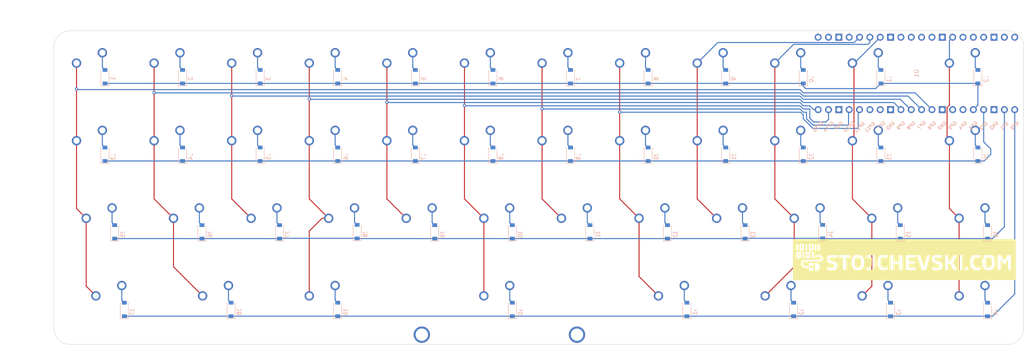
<source format=kicad_pcb>
(kicad_pcb (version 20221018) (generator pcbnew)
  (layers (0 "F.Cu" signal) (31 "B.Cu" signal) (34 "B.Paste" user) (35 "F.Paste" user) (36 "B.SilkS" user "B.Silkscreen") (37 "F.SilkS" user "F.Silkscreen") (38 "B.Mask" user) (39 "F.Mask" user) (44 "Edge.Cuts" user))
  (net 0 "")
  (net 1 "Net-(D1-Pad2)")
  (net 2 "Net-(D2-Pad2)")
  (net 3 "Net-(D3-Pad2)")
  (net 4 "Net-(D4-Pad2)")
  (net 5 "Net-(D5-Pad2)")
  (net 6 "Net-(D6-Pad2)")
  (net 7 "Net-(D7-Pad2)")
  (net 8 "Net-(D8-Pad2)")
  (net 9 "Net-(D9-Pad2)")
  (net 10 "Net-(D10-Pad2)")
  (net 11 "Net-(D11-Pad2)")
  (net 12 "Net-(D12-Pad2)")
  (net 13 "Net-(D13-Pad2)")
  (net 14 "Net-(D14-Pad2)")
  (net 15 "Net-(D15-Pad2)")
  (net 16 "Net-(D16-Pad2)")
  (net 17 "Net-(D17-Pad2)")
  (net 18 "Net-(D18-Pad2)")
  (net 19 "Net-(D19-Pad2)")
  (net 20 "Net-(D20-Pad2)")
  (net 21 "Net-(D21-Pad2)")
  (net 22 "Net-(D22-Pad2)")
  (net 23 "Net-(D23-Pad2)")
  (net 24 "Net-(D24-Pad2)")
  (net 25 "Net-(D25-Pad2)")
  (net 26 "Net-(D26-Pad2)")
  (net 27 "Net-(D27-Pad2)")
  (net 28 "Net-(D28-Pad2)")
  (net 29 "Net-(D29-Pad2)")
  (net 30 "Net-(D30-Pad2)")
  (net 31 "Net-(D31-Pad2)")
  (net 32 "Net-(D32-Pad2)")
  (net 33 "Net-(D33-Pad2)")
  (net 34 "Net-(D34-Pad2)")
  (net 35 "Net-(D35-Pad2)")
  (net 36 "Net-(D36-Pad2)")
  (net 37 "Net-(D37-Pad2)")
  (net 38 "Net-(D38-Pad2)")
  (net 39 "Net-(D39-Pad2)")
  (net 40 "Net-(D40-Pad2)")
  (net 41 "Net-(D41-Pad2)")
  (net 42 "Net-(D42-Pad2)")
  (net 43 "Net-(D43-Pad2)")
  (net 44 "Net-(D44-Pad2)")
  (net 65 "ROW0")
  (net 66 "ROW1")
  (net 67 "ROW2")
  (net 68 "ROW3")
  (net 69 "COL0")
  (net 70 "COL1")
  (net 71 "COL2")
  (net 72 "COL3")
  (net 73 "COL4")
  (net 74 "COL5")
  (net 75 "COL6")
  (net 76 "COL7")
  (net 77 "COL8")
  (net 78 "COL9")
  (net 79 "COL10")
  (net 80 "COL11")
  (footprint "marbastlib-mx:SW_MX_1u" (layer "F.Cu") (at 192.7225 53.34)
    (fp_text reference "SW9" hide)
    (fp_text value "MX_SW_solder" hide)
  )
  (footprint "marbastlib-mx:SW_MX_1u" (layer "F.Cu") (at 116.5225 53.34)
    (fp_text reference "SW5" hide)
    (fp_text value "MX_SW_solder" hide)
  )
  (footprint "marbastlib-mx:SW_MX_1.5u" (layer "F.Cu") (at 254.635 72.39)
    (fp_text reference "SW24" hide)
    (fp_text value "MX_SW_solder" hide)
  )
  (footprint "marbastlib-mx:SW_MX_1u" (layer "F.Cu") (at 116.5225 72.39)
    (fp_text reference "SW17" hide)
    (fp_text value "MX_SW_solder" hide)
  )
  (footprint "marbastlib-mx:SW_MX_1u" (layer "F.Cu") (at 83.185 91.44)
    (fp_text reference "SW27" hide)
    (fp_text value "MX_SW_solder" hide)
  )
  (footprint "marbastlib-mx:SW_MX_1u" (layer "F.Cu") (at 140.335 91.44)
    (fp_text reference "SW30" hide)
    (fp_text value "MX_SW_solder" hide)
  )
  (footprint "marbastlib-mx:SW_MX_1.5u" (layer "F.Cu") (at 97.4725 110.49)
    (fp_text reference "SW39" hide)
    (fp_text value "MX_SW_solder" hide)
  )
  (footprint "marbastlib-mx:SW_MX_1u" (layer "F.Cu") (at 135.5725 53.34)
    (fp_text reference "SW6" hide)
    (fp_text value "MX_SW_solder" hide)
  )
  (footprint "marbastlib-mx:SW_MX_1u" (layer "F.Cu") (at 230.8225 53.34)
    (fp_text reference "SW11" hide)
    (fp_text value "MX_SW_solder" hide)
  )
  (footprint "marbastlib-mx:SW_MX_1u" (layer "F.Cu") (at 40.3225 72.39)
    (fp_text reference "SW13" hide)
    (fp_text value "MX_SW_solder" hide)
  )
  (footprint "marbastlib-mx:SW_MX_1u" (layer "F.Cu") (at 235.585 91.44)
    (fp_text reference "SW35" hide)
    (fp_text value "MX_SW_solder" hide)
  )
  (footprint "marbastlib-mx:SW_MX_1.25u" (layer "F.Cu") (at 257.01625 110.49)
    (fp_text reference "SW44" hide)
    (fp_text value "MX_SW_solder" hide)
  )
  (footprint "marbastlib-mx:SW_MX_1.25u" (layer "F.Cu") (at 209.39125 110.49)
    (fp_text reference "SW42" hide)
    (fp_text value "MX_SW_solder" hide)
  )
  (footprint "marbastlib-mx:SW_MX_1.25u" (layer "F.Cu") (at 71.27875 110.49)
    (fp_text reference "SW38" hide)
    (fp_text value "MX_SW_solder" hide)
  )
  (footprint "marbastlib-mx:SW_MX_1u" (layer "F.Cu") (at 121.285 91.44)
    (fp_text reference "SW29" hide)
    (fp_text value "MX_SW_solder" hide)
  )
  (footprint "marbastlib-mx:SW_MX_1u" (layer "F.Cu") (at 211.7725 72.39)
    (fp_text reference "SW22" hide)
    (fp_text value "MX_SW_solder" hide)
  )
  (footprint "marbastlib-mx:SW_MX_1u" (layer "F.Cu") (at 159.385 91.44)
    (fp_text reference "SW31" hide)
    (fp_text value "MX_SW_solder" hide)
  )
  (footprint "marbastlib-mx:SW_MX_1u" (layer "F.Cu") (at 40.3225 53.34)
    (fp_text reference "SW1" hide)
    (fp_text value "MX_SW_solder" hide)
  )
  (footprint "marbastlib-mx:SW_MX_1u" (layer "F.Cu") (at 211.7725 53.34)
    (fp_text reference "SW10" hide)
    (fp_text value "MX_SW_solder" hide)
  )
  (footprint "marbastlib-mx:SW_MX_1u" (layer "F.Cu") (at 154.6225 72.39)
    (fp_text reference "SW19" hide)
    (fp_text value "MX_SW_solder" hide)
  )
  (footprint "marbastlib-mx:SW_MX_1.5u" (layer "F.Cu") (at 45.085 110.49)
    (fp_text reference "SW37" hide)
    (fp_text value "MX_SW_solder" hide)
  )
  (footprint "marbastlib-mx:SW_MX_1u" (layer "F.Cu") (at 135.5725 72.39)
    (fp_text reference "SW18" hide)
    (fp_text value "MX_SW_solder" hide)
  )
  (footprint "marbastlib-mx:SW_MX_1.5u" (layer "F.Cu") (at 254.635 53.34)
    (fp_text reference "SW12" hide)
    (fp_text value "MX_SW_solder" hide)
  )
  (footprint "marbastlib-mx:SW_MX_1u" (layer "F.Cu") (at 173.6725 53.34)
    (fp_text reference "SW8" hide)
    (fp_text value "MX_SW_solder" hide)
  )
  (footprint "marbastlib-mx:SW_MX_1u" (layer "F.Cu") (at 192.7225 72.39)
    (fp_text reference "SW21" hide)
    (fp_text value "MX_SW_solder" hide)
  )
  (footprint "marbastlib-mx:SW_MX_1.25u" (layer "F.Cu") (at 233.20375 110.49)
    (fp_text reference "SW43" hide)
    (fp_text value "MX_SW_solder" hide)
  )
  (footprint "marbastlib-mx:SW_MX_1u" (layer "F.Cu") (at 97.4725 72.39)
    (fp_text reference "SW16" hide)
    (fp_text value "MX_SW_solder" hide)
  )
  (footprint "marbastlib-mx:SW_MX_1u" (layer "F.Cu") (at 78.4225 53.34)
    (fp_text reference "SW3" hide)
    (fp_text value "MX_SW_solder" hide)
  )
  (footprint "marbastlib-mx:SW_MX_1u" (layer "F.Cu") (at 140.335 110.49)
    (fp_text reference "SW40" hide)
    (fp_text value "MX_SW_solder" hide)
  )
  (footprint "marbastlib-mx:SW_MX_1.25u" (layer "F.Cu") (at 42.70375 91.44)
    (fp_text reference "SW25" hide)
    (fp_text value "MX_SW_solder" hide)
  )
  (footprint "marbastlib-mx:SW_MX_1.25u" (layer "F.Cu") (at 257.01625 91.44)
    (fp_text reference "SW36" hide)
    (fp_text value "MX_SW_solder" hide)
  )
  (footprint "marbastlib-mx:SW_MX_1u" (layer "F.Cu") (at 178.435 91.44)
    (fp_text reference "SW32" hide)
    (fp_text value "MX_SW_solder" hide)
  )
  (footprint "marbastlib-mx:SW_MX_1u" (layer "F.Cu") (at 97.4725 53.34)
    (fp_text reference "SW4" hide)
    (fp_text value "MX_SW_solder" hide)
  )
  (footprint "marbastlib-mx:SW_MX_1u" (layer "F.Cu") (at 78.4225 72.39)
    (fp_text reference "SW15" hide)
    (fp_text value "MX_SW_solder" hide)
  )
  (footprint "marbastlib-mx:SW_MX_1u" (layer "F.Cu") (at 230.8225 72.39)
    (fp_text reference "SW23" hide)
    (fp_text value "MX_SW_solder" hide)
  )
  (footprint "marbastlib-mx:SW_MX_1u" (layer "F.Cu") (at 59.3725 53.34)
    (fp_text reference "SW2" hide)
    (fp_text value "MX_SW_solder" hide)
  )
  (footprint "marbastlib-mx:SW_MX_1u" (layer "F.Cu") (at 64.135 91.44)
    (fp_text reference "SW26" hide)
    (fp_text value "MX_SW_solder" hide)
  )
  (footprint "marbastlib-mx:SW_MX_1u" (layer "F.Cu") (at 59.3725 72.39)
    (fp_text reference "SW14" hide)
    (fp_text value "MX_SW_solder" hide)
  )
  (footprint "marbastlib-mx:SW_MX_1u" (layer "F.Cu") (at 173.6725 72.39)
    (fp_text reference "SW20" hide)
    (fp_text value "MX_SW_solder" hide)
  )
  (footprint "marbastlib-mx:SW_MX_1u" (layer "F.Cu") (at 216.535 91.44)
    (fp_text reference "SW34" hide)
    (fp_text value "MX_SW_solder" hide)
  )
  (footprint "marbastlib-mx:SW_MX_1u" (layer "F.Cu") (at 197.485 91.44)
    (fp_text reference "SW33" hide)
    (fp_text value "MX_SW_solder" hide)
  )
  (footprint "marbastlib-mx:SW_MX_1u" (layer "F.Cu") (at 102.235 91.44)
    (fp_text reference "SW28" hide)
    (fp_text value "MX_SW_solder" hide)
  )
  (footprint "marbastlib-mx:SW_MX_1.5u" (layer "F.Cu") (at 183.1975 110.49)
    (fp_text reference "SW41" hide)
    (fp_text value "MX_SW_solder" hide)
  )
  (footprint "marbastlib-mx:STAB_MX_P_3u" (layer "F.Cu") (at 140.335 110.49 180)
    (fp_text reference "S1" hide)
    (fp_text value "MX_stab")
  )
  (footprint "LOGO" (layer "F.Cu") (at 239.776 99.06)
    (fp_text reference "G***" hide)
    (fp_text value "LOGO" hide)
  )
  (footprint "marbastlib-mx:SW_MX_1u" (layer "F.Cu") (at 154.6225 53.34)
    (fp_text reference "SW7" hide)
    (fp_text value "MX_SW_solder" hide)
  )
  (footprint "Diode_SMD:D_SOD-123" (layer "B.Cu") (at 214.9475 54.13375 90)
    (fp_text reference "D10")
    (fp_text value "D_Small")
  )
  (footprint "Diode_SMD:D_SOD-123" (layer "B.Cu") (at 100.6475 73.18375 90)
    (fp_text reference "D16")
    (fp_text value "D_Small")
  )
  (footprint "Diode_SMD:D_SOD-123" (layer "B.Cu") (at 157.7975 73.18375 90)
    (fp_text reference "D19")
    (fp_text value "D_Small")
  )
  (footprint "Diode_SMD:D_SOD-123" (layer "B.Cu") (at 157.7975 54.13375 90)
    (fp_text reference "D7")
    (fp_text value "D_Small")
  )
  (footprint "Diode_SMD:D_SOD-123" (layer "B.Cu") (at 219.71 92.17125 90)
    (fp_text reference "D34")
    (fp_text value "D_Small")
  )
  (footprint "Diode_SMD:D_SOD-123" (layer "B.Cu") (at 43.4975 54.13375 90)
    (fp_text reference "D1")
    (fp_text value "D_Small")
  )
  (footprint "Diode_SMD:D_SOD-123" (layer "B.Cu") (at 236.37875 111.28375 90)
    (fp_text reference "D43")
    (fp_text value "D_Small")
  )
  (footprint "Diode_SMD:D_SOD-123" (layer "B.Cu") (at 257.81 73.18375 90)
    (fp_text reference "D24")
    (fp_text value "D_Small")
  )
  (footprint "Diode_SMD:D_SOD-123" (layer "B.Cu") (at 143.51 111.28375 90)
    (fp_text reference "D40")
    (fp_text value "D_Small")
  )
  (footprint "Diode_SMD:D_SOD-123" (layer "B.Cu") (at 162.56 92.23375 90)
    (fp_text reference "D31")
    (fp_text value "D_Small")
  )
  (footprint "Diode_SMD:D_SOD-123" (layer "B.Cu") (at 214.9475 73.18375 90)
    (fp_text reference "D22")
    (fp_text value "D_Small")
  )
  (footprint "Diode_SMD:D_SOD-123" (layer "B.Cu") (at 62.5475 54.13375 90)
    (fp_text reference "D2")
    (fp_text value "D_Small")
  )
  (footprint "Diode_SMD:D_SOD-123" (layer "B.Cu") (at 86.36 92.23375 90)
    (fp_text reference "D27")
    (fp_text value "D_Small")
  )
  (footprint "Diode_SMD:D_SOD-123" (layer "B.Cu") (at 81.5975 54.13375 90)
    (fp_text reference "D3")
    (fp_text value "D_Small")
  )
  (footprint "Diode_SMD:D_SOD-123" (layer "B.Cu") (at 124.46 92.23375 90)
    (fp_text reference "D29")
    (fp_text value "D_Small")
  )
  (footprint "Diode_SMD:D_SOD-123" (layer "B.Cu") (at 260.19125 111.28375 90)
    (fp_text reference "D44")
    (fp_text value "D_Small")
  )
  (footprint "Diode_SMD:D_SOD-123" (layer "B.Cu") (at 257.81 54.13375 90)
    (fp_text reference "D12")
    (fp_text value "D_Small")
  )
  (footprint "Diode_SMD:D_SOD-123" (layer "B.Cu") (at 62.5475 73.18375 90)
    (fp_text reference "D14")
    (fp_text value "D_Small")
  )
  (footprint "Diode_SMD:D_SOD-123" (layer "B.Cu") (at 143.51 92.23375 90)
    (fp_text reference "D30")
    (fp_text value "D_Small")
  )
  (footprint "Diode_SMD:D_SOD-123" (layer "B.Cu") (at 176.8475 54.13375 90)
    (fp_text reference "D8")
    (fp_text value "D_Small")
  )
  (footprint "Diode_SMD:D_SOD-123" (layer "B.Cu") (at 186.3725 111.28375 90)
    (fp_text reference "D41")
    (fp_text value "D_Small")
  )
  (footprint "Diode_SMD:D_SOD-123" (layer "B.Cu") (at 48.26 111.28375 90)
    (fp_text reference "D37")
    (fp_text value "D_Small")
  )
  (footprint "Diode_SMD:D_SOD-123" (layer "B.Cu") (at 176.8475 73.18375 90)
    (fp_text reference "D20")
    (fp_text value "D_Small")
  )
  (footprint "Diode_SMD:D_SOD-123" (layer "B.Cu") (at 238.76 92.23375 90)
    (fp_text reference "D35")
    (fp_text value "D_Small")
  )
  (footprint "MCU_RaspberryPi_and_Boards:RPi_Pico_SMD_TH" (layer "B.Cu") (at 242.72875 53.34 90)
    (fp_text reference "U1")
    (fp_text value "Pico")
  )
  (footprint "Diode_SMD:D_SOD-123" (layer "B.Cu") (at 100.6475 54.13375 90)
    (fp_text reference "D4")
    (fp_text value "D_Small")
  )
  (footprint "Diode_SMD:D_SOD-123" (layer "B.Cu") (at 81.5975 73.18375 90)
    (fp_text reference "D15")
    (fp_text value "D_Small")
  )
  (footprint "Diode_SMD:D_SOD-123" (layer "B.Cu") (at 233.9975 54.13375 90)
    (fp_text reference "D11")
    (fp_text value "D_Small")
  )
  (footprint "Diode_SMD:D_SOD-123" (layer "B.Cu") (at 212.56625 111.28375 90)
    (fp_text reference "D42")
    (fp_text value "D_Small")
  )
  (footprint "Diode_SMD:D_SOD-123" (layer "B.Cu") (at 45.87875 92.23375 90)
    (fp_text reference "D25")
    (fp_text value "D_Small")
  )
  (footprint "Diode_SMD:D_SOD-123" (layer "B.Cu") (at 105.41 92.17125 90)
    (fp_text reference "D28")
    (fp_text value "D_Small")
  )
  (footprint "Diode_SMD:D_SOD-123" (layer "B.Cu") (at 100.6475 111.28375 90)
    (fp_text reference "D39")
    (fp_text value "D_Small")
  )
  (footprint "Diode_SMD:D_SOD-123" (layer "B.Cu") (at 119.6975 73.18375 90)
    (fp_text reference "D17")
    (fp_text value "D_Small")
  )
  (footprint "Diode_SMD:D_SOD-123" (layer "B.Cu") (at 43.4975 73.18375 90)
    (fp_text reference "D13")
    (fp_text value "D_Small")
  )
  (footprint "Diode_SMD:D_SOD-123" (layer "B.Cu") (at 195.8975 54.13375 90)
    (fp_text reference "D9")
    (fp_text value "D_Small")
  )
  (footprint "Diode_SMD:D_SOD-123" (layer "B.Cu") (at 260.19125 92.23375 90)
    (fp_text reference "D36")
    (fp_text value "D_Small")
  )
  (footprint "Diode_SMD:D_SOD-123" (layer "B.Cu") (at 195.8975 73.18375 90)
    (fp_text reference "D21")
    (fp_text value "D_Small")
  )
  (footprint "Diode_SMD:D_SOD-123" (layer "B.Cu") (at 233.9975 73.18375 90)
    (fp_text reference "D23")
    (fp_text value "D_Small")
  )
  (footprint "Diode_SMD:D_SOD-123" (layer "B.Cu") (at 181.61 92.23375 90)
    (fp_text reference "D32")
    (fp_text value "D_Small")
  )
  (footprint "Diode_SMD:D_SOD-123" (layer "B.Cu") (at 138.7475 54.13375 90)
    (fp_text reference "D6")
    (fp_text value "D_Small")
  )
  (footprint "Diode_SMD:D_SOD-123" (layer "B.Cu") (at 138.7475 73.18375 90)
    (fp_text reference "D18")
    (fp_text value "D_Small")
  )
  (footprint "Diode_SMD:D_SOD-123" (layer "B.Cu") (at 67.31 92.23375 90)
    (fp_text reference "D26")
    (fp_text value "D_Small")
  )
  (footprint "Diode_SMD:D_SOD-123" (layer "B.Cu") (at 74.45375 111.28375 90)
    (fp_text reference "D38")
    (fp_text value "D_Small")
  )
  (footprint "Diode_SMD:D_SOD-123" (layer "B.Cu") (at 119.6975 54.13375 90)
    (fp_text reference "D5")
    (fp_text value "D_Small")
  )
  (footprint "Diode_SMD:D_SOD-123" (layer "B.Cu") (at 200.66 92.23375 90)
    (fp_text reference "D33")
    (fp_text value "D_Small")
  )
  (gr_arc (start 30.95625 46.83125) (mid 32.11867 44.02492) (end 34.925 42.8625) (stroke (width 0.1)) (layer "Edge.Cuts"))
  (gr_arc (start 34.925 119.85625) (mid 32.11867 118.69383) (end 30.95625 115.8875) (stroke (width 0.1)) (layer "Edge.Cuts"))
  (gr_line (start 265.1125 42.8625) (end 34.925 42.8625) (stroke (width 0.1)) (layer "Edge.Cuts"))
  (gr_line (start 269.08125 115.8875) (end 269.08125 46.83125) (stroke (width 0.1)) (layer "Edge.Cuts"))
  (gr_arc (start 265.1125 42.8625) (mid 267.91883 44.02492) (end 269.08125 46.83125) (stroke (width 0.1)) (layer "Edge.Cuts"))
  (gr_line (start 30.95625 46.83125) (end 30.95625 115.8875) (stroke (width 0.1)) (layer "Edge.Cuts"))
  (gr_arc (start 269.08125 115.8875) (mid 267.91883 118.69383) (end 265.1125 119.85625) (stroke (width 0.1)) (layer "Edge.Cuts"))
  (gr_line (start 34.925 119.85625) (end 265.1125 119.85625) (stroke (width 0.1)) (layer "Edge.Cuts"))
  (segment (start 42.8625 48.26) (end 42.8625 51.84875) (width 0.25) (layer "B.Cu") (net 1))
  (segment (start 42.8625 51.84875) (end 43.4975 52.48375) (width 0.25) (layer "B.Cu") (net 1))
  (segment (start 61.9125 51.84875) (end 62.5475 52.48375) (width 0.25) (layer "B.Cu") (net 2))
  (segment (start 61.9125 48.26) (end 61.9125 51.84875) (width 0.25) (layer "B.Cu") (net 2))
  (segment (start 80.9625 51.84875) (end 81.5975 52.48375) (width 0.25) (layer "B.Cu") (net 3))
  (segment (start 80.9625 48.26) (end 80.9625 51.84875) (width 0.25) (layer "B.Cu") (net 3))
  (segment (start 100.0125 48.26) (end 100.0125 51.84875) (width 0.25) (layer "B.Cu") (net 4))
  (segment (start 100.0125 51.84875) (end 100.6475 52.48375) (width 0.25) (layer "B.Cu") (net 4))
  (segment (start 119.0625 48.26) (end 119.0625 51.84875) (width 0.25) (layer "B.Cu") (net 5))
  (segment (start 119.0625 51.84875) (end 119.6975 52.48375) (width 0.25) (layer "B.Cu") (net 5))
  (segment (start 138.1125 51.84875) (end 138.7475 52.48375) (width 0.25) (layer "B.Cu") (net 6))
  (segment (start 138.1125 48.26) (end 138.1125 51.84875) (width 0.25) (layer "B.Cu") (net 6))
  (segment (start 157.1625 48.26) (end 157.1625 51.84875) (width 0.25) (layer "B.Cu") (net 7))
  (segment (start 157.1625 51.84875) (end 157.7975 52.48375) (width 0.25) (layer "B.Cu") (net 7))
  (segment (start 176.2125 48.26) (end 176.2125 51.84875) (width 0.25) (layer "B.Cu") (net 8))
  (segment (start 176.2125 51.84875) (end 176.8475 52.48375) (width 0.25) (layer "B.Cu") (net 8))
  (segment (start 195.2625 51.84875) (end 195.8975 52.48375) (width 0.25) (layer "B.Cu") (net 9))
  (segment (start 195.2625 48.26) (end 195.2625 51.84875) (width 0.25) (layer "B.Cu") (net 9))
  (segment (start 214.3125 48.26) (end 214.3125 51.84875) (width 0.25) (layer "B.Cu") (net 10))
  (segment (start 214.3125 51.84875) (end 214.9475 52.48375) (width 0.25) (layer "B.Cu") (net 10))
  (segment (start 233.3625 51.84875) (end 233.9975 52.48375) (width 0.25) (layer "B.Cu") (net 11))
  (segment (start 233.3625 48.26) (end 233.3625 51.84875) (width 0.25) (layer "B.Cu") (net 11))
  (segment (start 257.175 48.26) (end 257.175 51.84875) (width 0.25) (layer "B.Cu") (net 12))
  (segment (start 257.175 51.84875) (end 257.81 52.48375) (width 0.25) (layer "B.Cu") (net 12))
  (segment (start 42.8625 67.31) (end 42.8625 70.89875) (width 0.25) (layer "B.Cu") (net 13))
  (segment (start 42.8625 70.89875) (end 43.4975 71.53375) (width 0.25) (layer "B.Cu") (net 13))
  (segment (start 61.9125 67.31) (end 61.9125 70.89875) (width 0.25) (layer "B.Cu") (net 14))
  (segment (start 61.9125 70.89875) (end 62.5475 71.53375) (width 0.25) (layer "B.Cu") (net 14))
  (segment (start 80.9625 70.89875) (end 81.5975 71.53375) (width 0.25) (layer "B.Cu") (net 15))
  (segment (start 80.9625 67.31) (end 80.9625 70.89875) (width 0.25) (layer "B.Cu") (net 15))
  (segment (start 100.0125 67.31) (end 100.0125 70.89875) (width 0.25) (layer "B.Cu") (net 16))
  (segment (start 100.0125 70.89875) (end 100.6475 71.53375) (width 0.25) (layer "B.Cu") (net 16))
  (segment (start 119.0625 70.89875) (end 119.6975 71.53375) (width 0.25) (layer "B.Cu") (net 17))
  (segment (start 119.0625 67.31) (end 119.0625 70.89875) (width 0.25) (layer "B.Cu") (net 17))
  (segment (start 138.1125 70.89875) (end 138.7475 71.53375) (width 0.25) (layer "B.Cu") (net 18))
  (segment (start 138.1125 67.31) (end 138.1125 70.89875) (width 0.25) (layer "B.Cu") (net 18))
  (segment (start 157.1625 67.31) (end 157.1625 70.89875) (width 0.25) (layer "B.Cu") (net 19))
  (segment (start 157.1625 70.89875) (end 157.7975 71.53375) (width 0.25) (layer "B.Cu") (net 19))
  (segment (start 176.2125 67.31) (end 176.2125 70.89875) (width 0.25) (layer "B.Cu") (net 20))
  (segment (start 176.2125 70.89875) (end 176.8475 71.53375) (width 0.25) (layer "B.Cu") (net 20))
  (segment (start 195.2625 70.89875) (end 195.8975 71.53375) (width 0.25) (layer "B.Cu") (net 21))
  (segment (start 195.2625 67.31) (end 195.2625 70.89875) (width 0.25) (layer "B.Cu") (net 21))
  (segment (start 214.3125 67.31) (end 214.3125 70.89875) (width 0.25) (layer "B.Cu") (net 22))
  (segment (start 214.3125 70.89875) (end 214.9475 71.53375) (width 0.25) (layer "B.Cu") (net 22))
  (segment (start 233.3625 70.89875) (end 233.9975 71.53375) (width 0.25) (layer "B.Cu") (net 23))
  (segment (start 233.3625 67.31) (end 233.3625 70.89875) (width 0.25) (layer "B.Cu") (net 23))
  (segment (start 257.175 70.89875) (end 257.81 71.53375) (width 0.25) (layer "B.Cu") (net 24))
  (segment (start 257.175 67.31) (end 257.175 70.89875) (width 0.25) (layer "B.Cu") (net 24))
  (segment (start 45.24375 86.36) (end 45.24375 89.94875) (width 0.25) (layer "B.Cu") (net 25))
  (segment (start 45.24375 89.94875) (end 45.87875 90.58375) (width 0.25) (layer "B.Cu") (net 25))
  (segment (start 66.675 86.36) (end 66.675 89.94875) (width 0.25) (layer "B.Cu") (net 26))
  (segment (start 66.675 89.94875) (end 67.31 90.58375) (width 0.25) (layer "B.Cu") (net 26))
  (segment (start 85.725 86.36) (end 85.725 89.94875) (width 0.25) (layer "B.Cu") (net 27))
  (segment (start 85.725 89.94875) (end 86.36 90.58375) (width 0.25) (layer "B.Cu") (net 27))
  (segment (start 104.775 89.88625) (end 105.41 90.52125) (width 0.25) (layer "B.Cu") (net 28))
  (segment (start 104.775 86.36) (end 104.775 89.88625) (width 0.25) (layer "B.Cu") (net 28))
  (segment (start 123.825 89.94875) (end 124.46 90.58375) (width 0.25) (layer "B.Cu") (net 29))
  (segment (start 123.825 86.36) (end 123.825 89.94875) (width 0.25) (layer "B.Cu") (net 29))
  (segment (start 142.875 86.36) (end 142.875 89.94875) (width 0.25) (layer "B.Cu") (net 30))
  (segment (start 142.875 89.94875) (end 143.51 90.58375) (width 0.25) (layer "B.Cu") (net 30))
  (segment (start 161.925 89.94875) (end 162.56 90.58375) (width 0.25) (layer "B.Cu") (net 31))
  (segment (start 161.925 86.36) (end 161.925 89.94875) (width 0.25) (layer "B.Cu") (net 31))
  (segment (start 180.975 86.36) (end 180.975 89.94875) (width 0.25) (layer "B.Cu") (net 32))
  (segment (start 180.975 89.94875) (end 181.61 90.58375) (width 0.25) (layer "B.Cu") (net 32))
  (segment (start 200.025 86.36) (end 200.025 89.94875) (width 0.25) (layer "B.Cu") (net 33))
  (segment (start 200.025 89.94875) (end 200.66 90.58375) (width 0.25) (layer "B.Cu") (net 33))
  (segment (start 219.075 89.88625) (end 219.71 90.52125) (width 0.25) (layer "B.Cu") (net 34))
  (segment (start 219.075 86.36) (end 219.075 89.88625) (width 0.25) (layer "B.Cu") (net 34))
  (segment (start 238.125 86.36) (end 238.125 89.94875) (width 0.25) (layer "B.Cu") (net 35))
  (segment (start 238.125 89.94875) (end 238.76 90.58375) (width 0.25) (layer "B.Cu") (net 35))
  (segment (start 259.55625 89.94875) (end 260.19125 90.58375) (width 0.25) (layer "B.Cu") (net 36))
  (segment (start 259.55625 86.36) (end 259.55625 89.94875) (width 0.25) (layer "B.Cu") (net 36))
  (segment (start 47.625 108.99875) (end 48.26 109.63375) (width 0.25) (layer "B.Cu") (net 37))
  (segment (start 47.625 105.41) (end 47.625 108.99875) (width 0.25) (layer "B.Cu") (net 37))
  (segment (start 73.81875 108.99875) (end 74.45375 109.63375) (width 0.25) (layer "B.Cu") (net 38))
  (segment (start 73.81875 105.41) (end 73.81875 108.99875) (width 0.25) (layer "B.Cu") (net 38))
  (segment (start 100.0125 108.99875) (end 100.6475 109.63375) (width 0.25) (layer "B.Cu") (net 39))
  (segment (start 100.0125 105.41) (end 100.0125 108.99875) (width 0.25) (layer "B.Cu") (net 39))
  (segment (start 142.875 108.99875) (end 143.51 109.63375) (width 0.25) (layer "B.Cu") (net 40))
  (segment (start 142.875 105.41) (end 142.875 108.99875) (width 0.25) (layer "B.Cu") (net 40))
  (segment (start 185.7375 105.41) (end 185.7375 108.99875) (width 0.25) (layer "B.Cu") (net 41))
  (segment (start 185.7375 108.99875) (end 186.3725 109.63375) (width 0.25) (layer "B.Cu") (net 41))
  (segment (start 211.93125 105.41) (end 211.93125 108.99875) (width 0.25) (layer "B.Cu") (net 42))
  (segment (start 211.93125 108.99875) (end 212.56625 109.63375) (width 0.25) (layer "B.Cu") (net 42))
  (segment (start 235.74375 105.41) (end 235.74375 108.99875) (width 0.25) (layer "B.Cu") (net 43))
  (segment (start 235.74375 108.99875) (end 236.37875 109.63375) (width 0.25) (layer "B.Cu") (net 43))
  (segment (start 259.55625 105.41) (end 259.55625 108.99875) (width 0.25) (layer "B.Cu") (net 44))
  (segment (start 259.55625 108.99875) (end 260.19125 109.63375) (width 0.25) (layer "B.Cu") (net 44))
  (segment (start 157.7975 55.78375) (end 176.8475 55.78375) (width 0.25) (layer "B.Cu") (net 65))
  (segment (start 138.7475 55.78375) (end 157.7975 55.78375) (width 0.25) (layer "B.Cu") (net 65))
  (segment (start 257.81 61.11875) (end 257.81 55.78375) (width 0.25) (layer "B.Cu") (net 65))
  (segment (start 195.8975 55.78375) (end 214.9475 55.78375) (width 0.25) (layer "B.Cu") (net 65))
  (segment (start 119.6975 55.78375) (end 138.7475 55.78375) (width 0.25) (layer "B.Cu") (net 65))
  (segment (start 232.72625 57.055) (end 233.9975 55.78375) (width 0.25) (layer "B.Cu") (net 65))
  (segment (start 176.8475 55.78375) (end 195.8975 55.78375) (width 0.25) (layer "B.Cu") (net 65))
  (segment (start 256.69875 62.23) (end 257.81 61.11875) (width 0.25) (layer "B.Cu") (net 65))
  (segment (start 233.9975 55.78375) (end 257.81 55.78375) (width 0.25) (layer "B.Cu") (net 65))
  (segment (start 215.51875 57.055) (end 232.72625 57.055) (width 0.25) (layer "B.Cu") (net 65))
  (segment (start 214.9475 56.48375) (end 215.51875 57.055) (width 0.25) (layer "B.Cu") (net 65))
  (segment (start 62.5475 55.78375) (end 81.5975 55.78375) (width 0.25) (layer "B.Cu") (net 65))
  (segment (start 81.5975 55.78375) (end 100.6475 55.78375) (width 0.25) (layer "B.Cu") (net 65))
  (segment (start 43.4975 55.78375) (end 62.5475 55.78375) (width 0.25) (layer "B.Cu") (net 65))
  (segment (start 214.9475 55.78375) (end 214.9475 56.48375) (width 0.25) (layer "B.Cu") (net 65))
  (segment (start 100.6475 55.78375) (end 119.6975 55.78375) (width 0.25) (layer "B.Cu") (net 65))
  (segment (start 259.335 74.83375) (end 257.81 74.83375) (width 0.25) (layer "B.Cu") (net 66))
  (segment (start 138.7475 74.83375) (end 157.7975 74.83375) (width 0.25) (layer "B.Cu") (net 66))
  (segment (start 195.8975 74.83375) (end 214.9475 74.83375) (width 0.25) (layer "B.Cu") (net 66))
  (segment (start 233.9975 74.83375) (end 257.81 74.83375) (width 0.25) (layer "B.Cu") (net 66))
  (segment (start 176.8475 74.83375) (end 195.8975 74.83375) (width 0.25) (layer "B.Cu") (net 66))
  (segment (start 100.6475 74.83375) (end 119.6975 74.83375) (width 0.25) (layer "B.Cu") (net 66))
  (segment (start 43.4975 74.83375) (end 62.5475 74.83375) (width 0.25) (layer "B.Cu") (net 66))
  (segment (start 119.6975 74.83375) (end 138.7475 74.83375) (width 0.25) (layer "B.Cu") (net 66))
  (segment (start 259.23875 70.145981) (end 260.965001 71.872232) (width 0.25) (layer "B.Cu") (net 66))
  (segment (start 81.5975 74.83375) (end 100.6475 74.83375) (width 0.25) (layer "B.Cu") (net 66))
  (segment (start 62.5475 74.83375) (end 81.5975 74.83375) (width 0.25) (layer "B.Cu") (net 66))
  (segment (start 260.965001 73.203749) (end 259.335 74.83375) (width 0.25) (layer "B.Cu") (net 66))
  (segment (start 214.9475 74.83375) (end 233.9975 74.83375) (width 0.25) (layer "B.Cu") (net 66))
  (segment (start 260.965001 71.872232) (end 260.965001 73.203749) (width 0.25) (layer "B.Cu") (net 66))
  (segment (start 157.7975 74.83375) (end 176.8475 74.83375) (width 0.25) (layer "B.Cu") (net 66))
  (segment (start 259.23875 62.23) (end 259.23875 70.145981) (width 0.25) (layer "B.Cu") (net 66))
  (segment (start 67.31 93.88375) (end 45.87875 93.88375) (width 0.25) (layer "B.Cu") (net 67))
  (segment (start 105.41 93.82125) (end 86.4225 93.82125) (width 0.25) (layer "B.Cu") (net 67))
  (segment (start 86.36 93.88375) (end 67.31 93.88375) (width 0.25) (layer "B.Cu") (net 67))
  (segment (start 219.71 93.82125) (end 200.7225 93.82125) (width 0.25) (layer "B.Cu") (net 67))
  (segment (start 264.31875 62.23) (end 264.31875 90.985269) (width 0.25) (layer "B.Cu") (net 67))
  (segment (start 260.19125 93.88375) (end 238.76 93.88375) (width 0.25) (layer "B.Cu") (net 67))
  (segment (start 200.7225 93.82125) (end 200.66 93.88375) (width 0.25) (layer "B.Cu") (net 67))
  (segment (start 162.56 93.88375) (end 143.51 93.88375) (width 0.25) (layer "B.Cu") (net 67))
  (segment (start 105.4725 93.88375) (end 105.41 93.82125) (width 0.25) (layer "B.Cu") (net 67))
  (segment (start 238.76 93.88375) (end 219.7725 93.88375) (width 0.25) (layer "B.Cu") (net 67))
  (segment (start 264.31875 90.985269) (end 261.420269 93.88375) (width 0.25) (layer "B.Cu") (net 67))
  (segment (start 124.46 93.88375) (end 105.4725 93.88375) (width 0.25) (layer "B.Cu") (net 67))
  (segment (start 219.7725 93.88375) (end 219.71 93.82125) (width 0.25) (layer "B.Cu") (net 67))
  (segment (start 143.51 93.88375) (end 124.46 93.88375) (width 0.25) (layer "B.Cu") (net 67))
  (segment (start 200.66 93.88375) (end 181.61 93.88375) (width 0.25) (layer "B.Cu") (net 67))
  (segment (start 261.420269 93.88375) (end 260.19125 93.88375) (width 0.25) (layer "B.Cu") (net 67))
  (segment (start 181.61 93.88375) (end 162.56 93.88375) (width 0.25) (layer "B.Cu") (net 67))
  (segment (start 86.4225 93.82125) (end 86.36 93.88375) (width 0.25) (layer "B.Cu") (net 67))
  (segment (start 100.6475 112.93375) (end 143.51 112.93375) (width 0.25) (layer "B.Cu") (net 68))
  (segment (start 74.45375 112.93375) (end 100.6475 112.93375) (width 0.25) (layer "B.Cu") (net 68))
  (segment (start 48.26 112.93375) (end 74.45375 112.93375) (width 0.25) (layer "B.Cu") (net 68))
  (segment (start 212.56625 112.93375) (end 236.37875 112.93375) (width 0.25) (layer "B.Cu") (net 68))
  (segment (start 261.420269 112.93375) (end 260.19125 112.93375) (width 0.25) (layer "B.Cu") (net 68))
  (segment (start 266.85875 107.495269) (end 261.420269 112.93375) (width 0.25) (layer "B.Cu") (net 68))
  (segment (start 143.51 112.93375) (end 186.3725 112.93375) (width 0.25) (layer "B.Cu") (net 68))
  (segment (start 236.37875 112.93375) (end 260.19125 112.93375) (width 0.25) (layer "B.Cu") (net 68))
  (segment (start 266.85875 62.23) (end 266.85875 107.495269) (width 0.25) (layer "B.Cu") (net 68))
  (segment (start 186.3725 112.93375) (end 212.56625 112.93375) (width 0.25) (layer "B.Cu") (net 68))
  (segment (start 36.5125 86.51875) (end 38.89375 88.9) (width 0.25) (layer "F.Cu") (net 69))
  (segment (start 36.5125 69.85) (end 36.5125 86.51875) (width 0.25) (layer "F.Cu") (net 69))
  (segment (start 38.89375 105.56875) (end 41.275 107.95) (width 0.25) (layer "F.Cu") (net 69))
  (segment (start 38.89375 88.9) (end 38.89375 105.56875) (width 0.25) (layer "F.Cu") (net 69))
  (segment (start 36.5125 57.15) (end 36.5125 69.85) (width 0.25) (layer "F.Cu") (net 69))
  (segment (start 36.5125 50.8) (end 36.5125 57.15) (width 0.25) (layer "F.Cu") (net 69))
  (via (at 36.5125 57.15) (size 0.8) (drill 0.4) (layers "F.Cu" "B.Cu") (net 69))
  (segment (start 242.41125 58.1025) (end 214.9475 58.1025) (width 0.25) (layer "B.Cu") (net 69))
  (segment (start 36.67125 57.30875) (end 36.5125 57.15) (width 0.25) (layer "B.Cu") (net 69))
  (segment (start 246.53875 62.23) (end 242.41125 58.1025) (width 0.25) (layer "B.Cu") (net 69))
  (segment (start 214.15375 57.30875) (end 36.67125 57.30875) (width 0.25) (layer "B.Cu") (net 69))
  (segment (start 214.9475 58.1025) (end 214.15375 57.30875) (width 0.25) (layer "B.Cu") (net 69))
  (segment (start 55.5625 50.8) (end 55.5625 69.85) (width 0.25) (layer "F.Cu") (net 70))
  (segment (start 55.5625 69.85) (end 55.5625 84.1375) (width 0.25) (layer "F.Cu") (net 70))
  (segment (start 60.325 100.80625) (end 67.46875 107.95) (width 0.25) (layer "F.Cu") (net 70))
  (segment (start 55.5625 84.1375) (end 60.325 88.9) (width 0.25) (layer "F.Cu") (net 70))
  (segment (start 60.325 88.9) (end 60.325 100.80625) (width 0.25) (layer "F.Cu") (net 70))
  (via (at 55.5625 58.03325) (size 0.8) (drill 0.4) (layers "F.Cu" "B.Cu") (net 70))
  (segment (start 243.99875 62.23) (end 240.665 58.89625) (width 0.25) (layer "B.Cu") (net 70))
  (segment (start 240.665 58.89625) (end 214.9475 58.89625) (width 0.25) (layer "B.Cu") (net 70))
  (segment (start 214.15375 58.1025) (end 55.63175 58.1025) (width 0.25) (layer "B.Cu") (net 70))
  (segment (start 214.9475 58.89625) (end 214.15375 58.1025) (width 0.25) (layer "B.Cu") (net 70))
  (segment (start 55.63175 58.1025) (end 55.5625 58.03325) (width 0.25) (layer "B.Cu") (net 70))
  (segment (start 74.6125 69.85) (end 74.6125 84.1375) (width 0.25) (layer "F.Cu") (net 71))
  (segment (start 74.6125 50.8) (end 74.6125 69.85) (width 0.25) (layer "F.Cu") (net 71))
  (segment (start 74.6125 84.1375) (end 79.375 88.9) (width 0.25) (layer "F.Cu") (net 71))
  (via (at 74.6125 58.827) (size 0.8) (drill 0.4) (layers "F.Cu" "B.Cu") (net 71))
  (segment (start 74.68175 58.89625) (end 74.6125 58.827) (width 0.25) (layer "B.Cu") (net 71))
  (segment (start 241.45875 62.23) (end 241.3 62.23) (width 0.25) (layer "B.Cu") (net 71))
  (segment (start 238.76 59.69) (end 214.9475 59.69) (width 0.25) (layer "B.Cu") (net 71))
  (segment (start 241.3 62.23) (end 238.76 59.69) (width 0.25) (layer "B.Cu") (net 71))
  (segment (start 214.15375 58.89625) (end 74.68175 58.89625) (width 0.25) (layer "B.Cu") (net 71))
  (segment (start 214.9475 59.69) (end 214.15375 58.89625) (width 0.25) (layer "B.Cu") (net 71))
  (segment (start 98.425 88.9) (end 96.798655 88.9) (width 0.25) (layer "F.Cu") (net 72))
  (segment (start 93.6625 84.1375) (end 98.425 88.9) (width 0.25) (layer "F.Cu") (net 72))
  (segment (start 93.6625 69.85) (end 93.6625 84.1375) (width 0.25) (layer "F.Cu") (net 72))
  (segment (start 96.798655 88.9) (end 93.6625 92.036155) (width 0.25) (layer "F.Cu") (net 72))
  (segment (start 93.6625 50.8) (end 93.6625 69.85) (width 0.25) (layer "F.Cu") (net 72))
  (segment (start 93.6625 92.036155) (end 93.6625 107.95) (width 0.25) (layer "F.Cu") (net 72))
  (via (at 93.6625 59.62075) (size 0.8) (drill 0.4) (layers "F.Cu" "B.Cu") (net 72))
  (segment (start 237.1725 60.48375) (end 214.9475 60.48375) (width 0.25) (layer "B.Cu") (net 72))
  (segment (start 214.15375 59.69) (end 93.73175 59.69) (width 0.25) (layer "B.Cu") (net 72))
  (segment (start 93.73175 59.69) (end 93.6625 59.62075) (width 0.25) (layer "B.Cu") (net 72))
  (segment (start 214.9475 60.48375) (end 214.15375 59.69) (width 0.25) (layer "B.Cu") (net 72))
  (segment (start 238.91875 62.23) (end 237.1725 60.48375) (width 0.25) (layer "B.Cu") (net 72))
  (segment (start 112.7125 50.8) (end 112.7125 69.85) (width 0.25) (layer "F.Cu") (net 73))
  (segment (start 112.7125 69.85) (end 112.7125 84.1375) (width 0.25) (layer "F.Cu") (net 73))
  (segment (start 112.7125 84.1375) (end 117.475 88.9) (width 0.25) (layer "F.Cu") (net 73))
  (via (at 112.7125 60.4145) (size 0.8) (drill 0.4) (layers "F.Cu" "B.Cu") (net 73))
  (segment (start 112.78175 60.48375) (end 112.7125 60.4145) (width 0.25) (layer "B.Cu") (net 73))
  (segment (start 216.535 61.2775) (end 214.9475 61.2775) (width 0.25) (layer "B.Cu") (net 73))
  (segment (start 214.15375 60.48375) (end 112.78175 60.48375) (width 0.25) (layer "B.Cu") (net 73))
  (segment (start 217.4875 62.23) (end 216.535 61.2775) (width 0.25) (layer "B.Cu") (net 73))
  (segment (start 218.59875 62.23) (end 217.4875 62.23) (width 0.25) (layer "B.Cu") (net 73))
  (segment (start 214.9475 61.2775) (end 214.15375 60.48375) (width 0.25) (layer "B.Cu") (net 73))
  (segment (start 131.7625 50.8) (end 131.7625 69.85) (width 0.25) (layer "F.Cu") (net 74))
  (segment (start 131.7625 84.1375) (end 136.525 88.9) (width 0.25) (layer "F.Cu") (net 74))
  (segment (start 136.525 88.9) (end 136.525 107.95) (width 0.25) (layer "F.Cu") (net 74))
  (segment (start 131.7625 69.85) (end 131.7625 84.1375) (width 0.25) (layer "F.Cu") (net 74))
  (via (at 131.7625 61.20825) (size 0.8) (drill 0.4) (layers "F.Cu" "B.Cu") (net 74))
  (segment (start 131.83175 61.2775) (end 131.7625 61.20825) (width 0.25) (layer "B.Cu") (net 74))
  (segment (start 221.13875 64.61125) (end 220.50375 65.24625) (width 0.25) (layer "B.Cu") (net 74))
  (segment (start 214.9475 62.07125) (end 214.15375 61.2775) (width 0.25) (layer "B.Cu") (net 74))
  (segment (start 214.15375 61.2775) (end 131.83175 61.2775) (width 0.25) (layer "B.Cu") (net 74))
  (segment (start 216.535 64.31625) (end 216.535 62.07125) (width 0.25) (layer "B.Cu") (net 74))
  (segment (start 217.465 65.24625) (end 216.535 64.31625) (width 0.25) (layer "B.Cu") (net 74))
  (segment (start 216.535 62.07125) (end 214.9475 62.07125) (width 0.25) (layer "B.Cu") (net 74))
  (segment (start 221.13875 62.23) (end 221.13875 64.61125) (width 0.25) (layer "B.Cu") (net 74))
  (segment (start 220.50375 65.24625) (end 217.465 65.24625) (width 0.25) (layer "B.Cu") (net 74))
  (segment (start 150.8125 50.8) (end 150.8125 69.85) (width 0.25) (layer "F.Cu") (net 75))
  (segment (start 150.8125 69.85) (end 150.8125 84.1375) (width 0.25) (layer "F.Cu") (net 75))
  (segment (start 150.8125 84.1375) (end 155.575 88.9) (width 0.25) (layer "F.Cu") (net 75))
  (via (at 150.8125 62.002) (size 0.8) (drill 0.4) (layers "F.Cu" "B.Cu") (net 75))
  (segment (start 214.9475 62.865) (end 214.15375 62.07125) (width 0.25) (layer "B.Cu") (net 75))
  (segment (start 215.74125 62.865) (end 214.9475 62.865) (width 0.25) (layer "B.Cu") (net 75))
  (segment (start 217.32875 66.04) (end 215.74125 64.4525) (width 0.25) (layer "B.Cu") (net 75))
  (segment (start 214.15375 62.07125) (end 150.88175 62.07125) (width 0.25) (layer "B.Cu") (net 75))
  (segment (start 215.74125 64.4525) (end 215.74125 62.865) (width 0.25) (layer "B.Cu") (net 75))
  (segment (start 226.21875 62.23) (end 226.06 62.38875) (width 0.25) (layer "B.Cu") (net 75))
  (segment (start 226.06 66.04) (end 217.32875 66.04) (width 0.25) (layer "B.Cu") (net 75))
  (segment (start 150.88175 62.07125) (end 150.8125 62.002) (width 0.25) (layer "B.Cu") (net 75))
  (segment (start 226.06 62.38875) (end 226.06 66.04) (width 0.25) (layer "B.Cu") (net 75))
  (segment (start 174.625 88.9) (end 174.625 103.1875) (width 0.25) (layer "F.Cu") (net 76))
  (segment (start 174.625 103.1875) (end 179.3875 107.95) (width 0.25) (layer "F.Cu") (net 76))
  (segment (start 169.8625 84.1375) (end 174.625 88.9) (width 0.25) (layer "F.Cu") (net 76))
  (segment (start 169.8625 69.85) (end 169.8625 84.1375) (width 0.25) (layer "F.Cu") (net 76))
  (segment (start 169.8625 50.8) (end 169.8625 69.85) (width 0.25) (layer "F.Cu") (net 76))
  (via (at 169.8625 62.79575) (size 0.8) (drill 0.4) (layers "F.Cu" "B.Cu") (net 76))
  (segment (start 217.32875 66.83375) (end 214.9475 64.4525) (width 0.25) (layer "B.Cu") (net 76))
  (segment (start 214.311104 62.865) (end 169.93175 62.865) (width 0.25) (layer "B.Cu") (net 76))
  (segment (start 228.44125 62.5475) (end 228.44125 66.83375) (width 0.25) (layer "B.Cu") (net 76))
  (segment (start 228.44125 66.83375) (end 217.32875 66.83375) (width 0.25) (layer "B.Cu") (net 76))
  (segment (start 169.93175 62.865) (end 169.8625 62.79575) (width 0.25) (layer "B.Cu") (net 76))
  (segment (start 228.75875 62.23) (end 228.44125 62.5475) (width 0.25) (layer "B.Cu") (net 76))
  (segment (start 214.9475 64.4525) (end 214.9475 63.501396) (width 0.25) (layer "B.Cu") (net 76))
  (segment (start 214.9475 63.501396) (end 214.311104 62.865) (width 0.25) (layer "B.Cu") (net 76))
  (segment (start 188.9125 84.1375) (end 193.675 88.9) (width 0.25) (layer "F.Cu") (net 77))
  (segment (start 188.9125 69.85) (end 188.9125 84.1375) (width 0.25) (layer "F.Cu") (net 77))
  (segment (start 188.9125 50.8) (end 188.9125 69.85) (width 0.25) (layer "F.Cu") (net 77))
  (segment (start 227.4625 45.74625) (end 193.96625 45.74625) (width 0.25) (layer "B.Cu") (net 77))
  (segment (start 193.96625 45.74625) (end 188.9125 50.8) (width 0.25) (layer "B.Cu") (net 77))
  (segment (start 228.75875 44.45) (end 227.4625 45.74625) (width 0.25) (layer "B.Cu") (net 77))
  (segment (start 212.725 88.9) (end 212.725 100.80625) (width 0.25) (layer "F.Cu") (net 78))
  (segment (start 212.725 100.80625) (end 205.58125 107.95) (width 0.25) (layer "F.Cu") (net 78))
  (segment (start 207.9625 69.85) (end 207.9625 84.1375) (width 0.25) (layer "F.Cu") (net 78))
  (segment (start 207.9625 50.8) (end 207.9625 69.85) (width 0.25) (layer "F.Cu") (net 78))
  (segment (start 207.9625 84.1375) (end 212.725 88.9) (width 0.25) (layer "F.Cu") (net 78))
  (segment (start 231.29875 45.72) (end 231.29875 44.45) (width 0.25) (layer "B.Cu") (net 78))
  (segment (start 207.9625 50.8) (end 212.56625 46.19625) (width 0.25) (layer "B.Cu") (net 78))
  (segment (start 230.8225 46.19625) (end 231.29875 45.72) (width 0.25) (layer "B.Cu") (net 78))
  (segment (start 212.56625 46.19625) (end 230.8225 46.19625) (width 0.25) (layer "B.Cu") (net 78))
  (segment (start 227.0125 84.1375) (end 231.775 88.9) (width 0.25) (layer "F.Cu") (net 79))
  (segment (start 231.775 88.9) (end 231.775 105.56875) (width 0.25) (layer "F.Cu") (net 79))
  (segment (start 231.775 105.56875) (end 229.39375 107.95) (width 0.25) (layer "F.Cu") (net 79))
  (segment (start 227.0125 69.85) (end 227.0125 84.1375) (width 0.25) (layer "F.Cu") (net 79))
  (segment (start 227.39375 69.46875) (end 227.0125 69.85) (width 0.25) (layer "F.Cu") (net 79))
  (segment (start 227.0125 50.8) (end 227.39375 51.18125) (width 0.25) (layer "F.Cu") (net 79))
  (segment (start 227.39375 51.18125) (end 227.39375 69.46875) (width 0.25) (layer "F.Cu") (net 79))
  (segment (start 227.0125 50.8) (end 227.48875 50.8) (width 0.25) (layer "B.Cu") (net 79))
  (segment (start 227.48875 50.8) (end 233.83875 44.45) (width 0.25) (layer "B.Cu") (net 79))
  (segment (start 250.825 50.8) (end 250.825 61.11875) (width 0.25) (layer "F.Cu") (net 80))
  (segment (start 250.825 69.85) (end 250.825 86.51875) (width 0.25) (layer "F.Cu") (net 80))
  (segment (start 250.825 61.11875) (end 250.25375 61.69) (width 0.25) (layer "F.Cu") (net 80))
  (segment (start 253.20625 88.9) (end 253.20625 107.95) (width 0.25) (layer "F.Cu") (net 80))
  (segment (start 250.25375 69.27875) (end 250.825 69.85) (width 0.25) (layer "F.Cu") (net 80))
  (segment (start 250.825 86.51875) (end 253.20625 88.9) (width 0.25) (layer "F.Cu") (net 80))
  (segment (start 250.25375 61.69) (end 250.25375 69.27875) (width 0.25) (layer "F.Cu") (net 80))
  (segment (start 250.825 50.8) (end 250.825 45.24375) (width 0.25) (layer "B.Cu") (net 80))
  (segment (start 250.825 45.24375) (end 251.61875 44.45) (width 0.25) (layer "B.Cu") (net 80))
)
</source>
